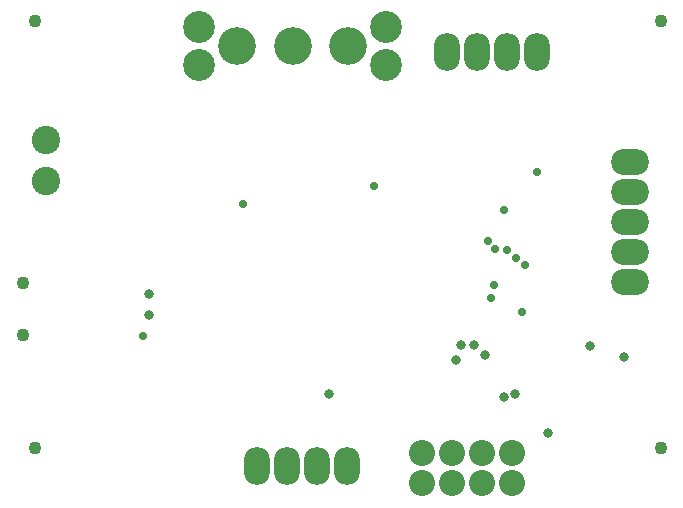
<source format=gbs>
G04*
G04 #@! TF.GenerationSoftware,Altium Limited,Altium Designer,24.10.1 (45)*
G04*
G04 Layer_Color=16711935*
%FSLAX25Y25*%
%MOIN*%
G70*
G04*
G04 #@! TF.SameCoordinates,545B6B6C-97C6-4FAA-9EA4-23BCF6F6AA29*
G04*
G04*
G04 #@! TF.FilePolarity,Negative*
G04*
G01*
G75*
%ADD59O,0.08674X0.12611*%
%ADD60O,0.12611X0.08674*%
%ADD61C,0.08674*%
%ADD62C,0.12611*%
%ADD63C,0.10642*%
%ADD64C,0.04343*%
%ADD65C,0.04331*%
%ADD66C,0.09461*%
%ADD67C,0.03162*%
%ADD68C,0.02769*%
D59*
X121500Y17000D02*
D03*
X101500D02*
D03*
X131500D02*
D03*
X111500D02*
D03*
X175000Y155000D02*
D03*
X195000D02*
D03*
X165000D02*
D03*
X185000D02*
D03*
D60*
X226000Y88500D02*
D03*
Y108500D02*
D03*
Y78500D02*
D03*
Y118500D02*
D03*
Y98500D02*
D03*
D61*
X156500Y21500D02*
D03*
X166500D02*
D03*
X176500D02*
D03*
X186500D02*
D03*
Y11500D02*
D03*
X176500D02*
D03*
X166500D02*
D03*
X156500D02*
D03*
D62*
X94992Y157000D02*
D03*
X113496D02*
D03*
X132000D02*
D03*
D63*
X82394Y150701D02*
D03*
Y163299D02*
D03*
X144598Y150701D02*
D03*
Y163299D02*
D03*
D64*
X23520Y60839D02*
D03*
Y78161D02*
D03*
D65*
X236221Y23000D02*
D03*
X27559D02*
D03*
Y165354D02*
D03*
X236221D02*
D03*
D66*
X31386Y112110D02*
D03*
Y125890D02*
D03*
D67*
X224000Y53500D02*
D03*
X198500Y28000D02*
D03*
X125500Y41000D02*
D03*
X65500Y67500D02*
D03*
Y74500D02*
D03*
X169500Y57500D02*
D03*
X177500Y54000D02*
D03*
X174000Y57500D02*
D03*
X168000Y52500D02*
D03*
X184000Y40000D02*
D03*
X187500Y41000D02*
D03*
X212500Y57000D02*
D03*
D68*
X63500Y60500D02*
D03*
X97000Y104500D02*
D03*
X140500Y110500D02*
D03*
X184000Y102500D02*
D03*
X185000Y89000D02*
D03*
X195000Y115000D02*
D03*
X178500Y92000D02*
D03*
X191000Y84000D02*
D03*
X181000Y89500D02*
D03*
X188000Y86500D02*
D03*
X190000Y68500D02*
D03*
X179500Y73000D02*
D03*
X180500Y77500D02*
D03*
M02*

</source>
